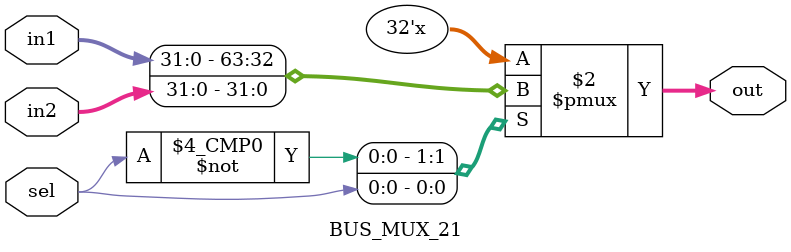
<source format=v>

`timescale 1ns/1ps

module BUS_MUX_21(out, in1, in2, sel);
	input[31:0] in1, in2;
	output reg[31:0] out;
	input sel;

	always @(*) begin
		case (sel)
			1'b0: out = in1;
			1'b1: out = in2;
		endcase
	end
endmodule

</source>
